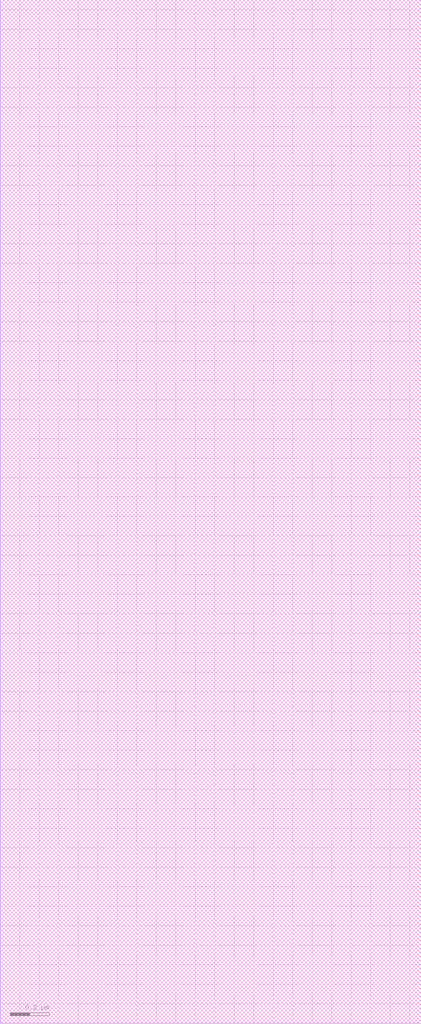
<source format=lef>
# Copyright 2020 The SkyWater PDK Authors
#
# Licensed under the Apache License, Version 2.0 (the "License");
# you may not use this file except in compliance with the License.
# You may obtain a copy of the License at
#
#     https://www.apache.org/licenses/LICENSE-2.0
#
# Unless required by applicable law or agreed to in writing, software
# distributed under the License is distributed on an "AS IS" BASIS,
# WITHOUT WARRANTIES OR CONDITIONS OF ANY KIND, either express or implied.
# See the License for the specific language governing permissions and
# limitations under the License.
#
# SPDX-License-Identifier: Apache-2.0

VERSION 5.7 ;
  NOWIREEXTENSIONATPIN ON ;
  DIVIDERCHAR "/" ;
  BUSBITCHARS "[]" ;
MACRO sky130_fd_pr__res_high_pol1_5p73__example1
  CLASS BLOCK ;
  FOREIGN sky130_fd_pr__res_high_pol1_5p73__example1 ;
  ORIGIN  0.000000  0.000000 ;
  SIZE  2.160000 BY  5.250000 ;
  OBS
    LAYER li1 ;
      RECT 0.000000 0.000000 2.160000 5.250000 ;
  END
END sky130_fd_pr__res_high_pol1_5p73__example1
END LIBRARY

</source>
